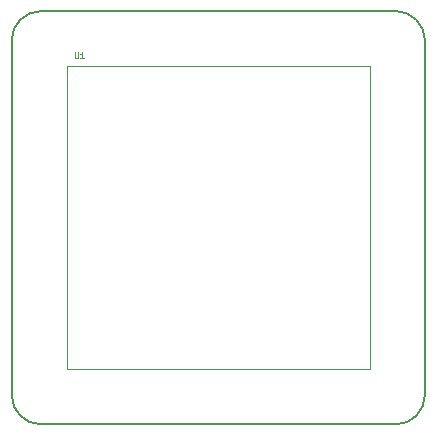
<source format=gbr>
%TF.GenerationSoftware,KiCad,Pcbnew,(5.1.10)-1*%
%TF.CreationDate,2023-05-11T10:09:18-05:00*%
%TF.ProjectId,perovskite_router,7065726f-7673-46b6-9974-655f726f7574,rev?*%
%TF.SameCoordinates,Original*%
%TF.FileFunction,Legend,Top*%
%TF.FilePolarity,Positive*%
%FSLAX46Y46*%
G04 Gerber Fmt 4.6, Leading zero omitted, Abs format (unit mm)*
G04 Created by KiCad (PCBNEW (5.1.10)-1) date 2023-05-11 10:09:18*
%MOMM*%
%LPD*%
G01*
G04 APERTURE LIST*
%ADD10C,0.200000*%
%ADD11C,0.120000*%
%ADD12C,0.100000*%
G04 APERTURE END LIST*
D10*
X164453000Y-68617004D02*
G75*
G02*
X166953000Y-71117004I0J-2500000D01*
G01*
X131953000Y-71117004D02*
G75*
G02*
X134453000Y-68617004I2500000J0D01*
G01*
X134453000Y-103617004D02*
X164453000Y-103617004D01*
X166953000Y-101117004D02*
G75*
G02*
X164453000Y-103617004I-2500000J0D01*
G01*
X131953000Y-71117004D02*
X131953000Y-101117004D01*
X166953000Y-101117004D02*
X166953000Y-71117004D01*
X134453000Y-103617004D02*
G75*
G02*
X131953000Y-101117004I0J2500000D01*
G01*
X164453000Y-68617004D02*
X134453000Y-68617004D01*
D11*
%TO.C,U1*%
X136652000Y-73246000D02*
X162302000Y-73246000D01*
X136652000Y-98896000D02*
X162302000Y-98896000D01*
X162302000Y-73246000D02*
X162302000Y-98896000D01*
X136652000Y-73246000D02*
X136652000Y-98896000D01*
D12*
X137287047Y-72116190D02*
X137287047Y-72520952D01*
X137310857Y-72568571D01*
X137334666Y-72592380D01*
X137382285Y-72616190D01*
X137477523Y-72616190D01*
X137525142Y-72592380D01*
X137548952Y-72568571D01*
X137572761Y-72520952D01*
X137572761Y-72116190D01*
X138072761Y-72616190D02*
X137787047Y-72616190D01*
X137929904Y-72616190D02*
X137929904Y-72116190D01*
X137882285Y-72187619D01*
X137834666Y-72235238D01*
X137787047Y-72259047D01*
%TD*%
M02*

</source>
